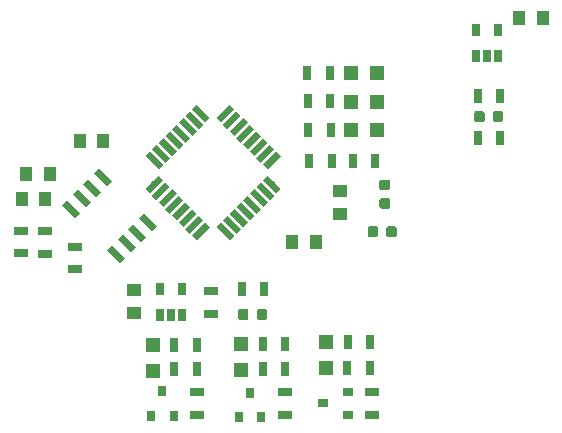
<source format=gtp>
G04 #@! TF.GenerationSoftware,KiCad,Pcbnew,(5.1.4-0-10_14)*
G04 #@! TF.CreationDate,2020-01-14T22:28:18-05:00*
G04 #@! TF.ProjectId,throttle,7468726f-7474-46c6-952e-6b696361645f,rev?*
G04 #@! TF.SameCoordinates,Original*
G04 #@! TF.FileFunction,Paste,Top*
G04 #@! TF.FilePolarity,Positive*
%FSLAX46Y46*%
G04 Gerber Fmt 4.6, Leading zero omitted, Abs format (unit mm)*
G04 Created by KiCad (PCBNEW (5.1.4-0-10_14)) date 2020-01-14 22:28:18*
%MOMM*%
%LPD*%
G04 APERTURE LIST*
%ADD10R,0.700000X1.300000*%
%ADD11R,1.250000X1.000000*%
%ADD12R,1.000000X1.250000*%
%ADD13R,1.200000X1.200000*%
%ADD14C,0.550000*%
%ADD15C,0.100000*%
%ADD16R,0.900000X0.800000*%
%ADD17R,0.800000X0.900000*%
%ADD18R,1.300000X0.700000*%
%ADD19C,0.875000*%
%ADD20R,0.650000X1.060000*%
%ADD21C,0.600000*%
G04 APERTURE END LIST*
D10*
X115382000Y-70104000D03*
X117282000Y-70104000D03*
X99068000Y-89716000D03*
X97168000Y-89716000D03*
X106239000Y-89606000D03*
X104339000Y-89606000D03*
D11*
X86244800Y-82994800D03*
X86244800Y-84994800D03*
D12*
X118904000Y-59944000D03*
X120904000Y-59944000D03*
X76758800Y-75341800D03*
X78758800Y-75341800D03*
X77150000Y-73175000D03*
X79150000Y-73175000D03*
D11*
X103682800Y-74603100D03*
X103682800Y-76603100D03*
D12*
X101685600Y-78981300D03*
X99685600Y-78981300D03*
X83675000Y-70400000D03*
X81675000Y-70400000D03*
D13*
X104675000Y-69475000D03*
X106875000Y-69475000D03*
X104650000Y-67075000D03*
X106850000Y-67075000D03*
X106850000Y-64650000D03*
X104650000Y-64650000D03*
X102509000Y-87436000D03*
X102509000Y-89636000D03*
X95318000Y-87571000D03*
X95318000Y-89771000D03*
X87875000Y-89825000D03*
X87875000Y-87625000D03*
D14*
X87978897Y-74074629D03*
D15*
G36*
X87607666Y-74834769D02*
G01*
X87218757Y-74445860D01*
X88350128Y-73314489D01*
X88739037Y-73703398D01*
X87607666Y-74834769D01*
X87607666Y-74834769D01*
G37*
D14*
X88544583Y-74640314D03*
D15*
G36*
X88173352Y-75400454D02*
G01*
X87784443Y-75011545D01*
X88915814Y-73880174D01*
X89304723Y-74269083D01*
X88173352Y-75400454D01*
X88173352Y-75400454D01*
G37*
D14*
X89110268Y-75206000D03*
D15*
G36*
X88739037Y-75966140D02*
G01*
X88350128Y-75577231D01*
X89481499Y-74445860D01*
X89870408Y-74834769D01*
X88739037Y-75966140D01*
X88739037Y-75966140D01*
G37*
D14*
X89675953Y-75771685D03*
D15*
G36*
X89304722Y-76531825D02*
G01*
X88915813Y-76142916D01*
X90047184Y-75011545D01*
X90436093Y-75400454D01*
X89304722Y-76531825D01*
X89304722Y-76531825D01*
G37*
D14*
X90241639Y-76337371D03*
D15*
G36*
X89870408Y-77097511D02*
G01*
X89481499Y-76708602D01*
X90612870Y-75577231D01*
X91001779Y-75966140D01*
X89870408Y-77097511D01*
X89870408Y-77097511D01*
G37*
D14*
X90807324Y-76903056D03*
D15*
G36*
X90436093Y-77663196D02*
G01*
X90047184Y-77274287D01*
X91178555Y-76142916D01*
X91567464Y-76531825D01*
X90436093Y-77663196D01*
X90436093Y-77663196D01*
G37*
D14*
X91373010Y-77468741D03*
D15*
G36*
X91001779Y-78228881D02*
G01*
X90612870Y-77839972D01*
X91744241Y-76708601D01*
X92133150Y-77097510D01*
X91001779Y-78228881D01*
X91001779Y-78228881D01*
G37*
D14*
X91938695Y-78034427D03*
D15*
G36*
X91567464Y-78794567D02*
G01*
X91178555Y-78405658D01*
X92309926Y-77274287D01*
X92698835Y-77663196D01*
X91567464Y-78794567D01*
X91567464Y-78794567D01*
G37*
D14*
X93989305Y-78034427D03*
D15*
G36*
X94749445Y-78405658D02*
G01*
X94360536Y-78794567D01*
X93229165Y-77663196D01*
X93618074Y-77274287D01*
X94749445Y-78405658D01*
X94749445Y-78405658D01*
G37*
D14*
X94554990Y-77468741D03*
D15*
G36*
X95315130Y-77839972D02*
G01*
X94926221Y-78228881D01*
X93794850Y-77097510D01*
X94183759Y-76708601D01*
X95315130Y-77839972D01*
X95315130Y-77839972D01*
G37*
D14*
X95120676Y-76903056D03*
D15*
G36*
X95880816Y-77274287D02*
G01*
X95491907Y-77663196D01*
X94360536Y-76531825D01*
X94749445Y-76142916D01*
X95880816Y-77274287D01*
X95880816Y-77274287D01*
G37*
D14*
X95686361Y-76337371D03*
D15*
G36*
X96446501Y-76708602D02*
G01*
X96057592Y-77097511D01*
X94926221Y-75966140D01*
X95315130Y-75577231D01*
X96446501Y-76708602D01*
X96446501Y-76708602D01*
G37*
D14*
X96252047Y-75771685D03*
D15*
G36*
X97012187Y-76142916D02*
G01*
X96623278Y-76531825D01*
X95491907Y-75400454D01*
X95880816Y-75011545D01*
X97012187Y-76142916D01*
X97012187Y-76142916D01*
G37*
D14*
X96817732Y-75206000D03*
D15*
G36*
X97577872Y-75577231D02*
G01*
X97188963Y-75966140D01*
X96057592Y-74834769D01*
X96446501Y-74445860D01*
X97577872Y-75577231D01*
X97577872Y-75577231D01*
G37*
D14*
X97383417Y-74640314D03*
D15*
G36*
X98143557Y-75011545D02*
G01*
X97754648Y-75400454D01*
X96623277Y-74269083D01*
X97012186Y-73880174D01*
X98143557Y-75011545D01*
X98143557Y-75011545D01*
G37*
D14*
X97949103Y-74074629D03*
D15*
G36*
X98709243Y-74445860D02*
G01*
X98320334Y-74834769D01*
X97188963Y-73703398D01*
X97577872Y-73314489D01*
X98709243Y-74445860D01*
X98709243Y-74445860D01*
G37*
D14*
X97949103Y-72024019D03*
D15*
G36*
X97577872Y-72784159D02*
G01*
X97188963Y-72395250D01*
X98320334Y-71263879D01*
X98709243Y-71652788D01*
X97577872Y-72784159D01*
X97577872Y-72784159D01*
G37*
D14*
X97383417Y-71458334D03*
D15*
G36*
X97012186Y-72218474D02*
G01*
X96623277Y-71829565D01*
X97754648Y-70698194D01*
X98143557Y-71087103D01*
X97012186Y-72218474D01*
X97012186Y-72218474D01*
G37*
D14*
X96817732Y-70892648D03*
D15*
G36*
X96446501Y-71652788D02*
G01*
X96057592Y-71263879D01*
X97188963Y-70132508D01*
X97577872Y-70521417D01*
X96446501Y-71652788D01*
X96446501Y-71652788D01*
G37*
D14*
X96252047Y-70326963D03*
D15*
G36*
X95880816Y-71087103D02*
G01*
X95491907Y-70698194D01*
X96623278Y-69566823D01*
X97012187Y-69955732D01*
X95880816Y-71087103D01*
X95880816Y-71087103D01*
G37*
D14*
X95686361Y-69761277D03*
D15*
G36*
X95315130Y-70521417D02*
G01*
X94926221Y-70132508D01*
X96057592Y-69001137D01*
X96446501Y-69390046D01*
X95315130Y-70521417D01*
X95315130Y-70521417D01*
G37*
D14*
X95120676Y-69195592D03*
D15*
G36*
X94749445Y-69955732D02*
G01*
X94360536Y-69566823D01*
X95491907Y-68435452D01*
X95880816Y-68824361D01*
X94749445Y-69955732D01*
X94749445Y-69955732D01*
G37*
D14*
X94554990Y-68629907D03*
D15*
G36*
X94183759Y-69390047D02*
G01*
X93794850Y-69001138D01*
X94926221Y-67869767D01*
X95315130Y-68258676D01*
X94183759Y-69390047D01*
X94183759Y-69390047D01*
G37*
D14*
X93989305Y-68064221D03*
D15*
G36*
X93618074Y-68824361D02*
G01*
X93229165Y-68435452D01*
X94360536Y-67304081D01*
X94749445Y-67692990D01*
X93618074Y-68824361D01*
X93618074Y-68824361D01*
G37*
D14*
X91938695Y-68064221D03*
D15*
G36*
X92698835Y-68435452D02*
G01*
X92309926Y-68824361D01*
X91178555Y-67692990D01*
X91567464Y-67304081D01*
X92698835Y-68435452D01*
X92698835Y-68435452D01*
G37*
D14*
X91373010Y-68629907D03*
D15*
G36*
X92133150Y-69001138D02*
G01*
X91744241Y-69390047D01*
X90612870Y-68258676D01*
X91001779Y-67869767D01*
X92133150Y-69001138D01*
X92133150Y-69001138D01*
G37*
D14*
X90807324Y-69195592D03*
D15*
G36*
X91567464Y-69566823D02*
G01*
X91178555Y-69955732D01*
X90047184Y-68824361D01*
X90436093Y-68435452D01*
X91567464Y-69566823D01*
X91567464Y-69566823D01*
G37*
D14*
X90241639Y-69761277D03*
D15*
G36*
X91001779Y-70132508D02*
G01*
X90612870Y-70521417D01*
X89481499Y-69390046D01*
X89870408Y-69001137D01*
X91001779Y-70132508D01*
X91001779Y-70132508D01*
G37*
D14*
X89675953Y-70326963D03*
D15*
G36*
X90436093Y-70698194D02*
G01*
X90047184Y-71087103D01*
X88915813Y-69955732D01*
X89304722Y-69566823D01*
X90436093Y-70698194D01*
X90436093Y-70698194D01*
G37*
D14*
X89110268Y-70892648D03*
D15*
G36*
X89870408Y-71263879D02*
G01*
X89481499Y-71652788D01*
X88350128Y-70521417D01*
X88739037Y-70132508D01*
X89870408Y-71263879D01*
X89870408Y-71263879D01*
G37*
D14*
X88544583Y-71458334D03*
D15*
G36*
X89304723Y-71829565D02*
G01*
X88915814Y-72218474D01*
X87784443Y-71087103D01*
X88173352Y-70698194D01*
X89304723Y-71829565D01*
X89304723Y-71829565D01*
G37*
D14*
X87978897Y-72024019D03*
D15*
G36*
X88739037Y-72395250D02*
G01*
X88350128Y-72784159D01*
X87218757Y-71652788D01*
X87607666Y-71263879D01*
X88739037Y-72395250D01*
X88739037Y-72395250D01*
G37*
D16*
X102264000Y-92606000D03*
X104364000Y-91656000D03*
X104364000Y-93556000D03*
D17*
X96068000Y-91691000D03*
X97018000Y-93791000D03*
X95118000Y-93791000D03*
X87714000Y-93686000D03*
X89614000Y-93686000D03*
X88664000Y-91586000D03*
D18*
X92800000Y-83100000D03*
X92800000Y-85000000D03*
D15*
G36*
X106727691Y-77601053D02*
G01*
X106748926Y-77604203D01*
X106769750Y-77609419D01*
X106789962Y-77616651D01*
X106809368Y-77625830D01*
X106827781Y-77636866D01*
X106845024Y-77649654D01*
X106860930Y-77664070D01*
X106875346Y-77679976D01*
X106888134Y-77697219D01*
X106899170Y-77715632D01*
X106908349Y-77735038D01*
X106915581Y-77755250D01*
X106920797Y-77776074D01*
X106923947Y-77797309D01*
X106925000Y-77818750D01*
X106925000Y-78331250D01*
X106923947Y-78352691D01*
X106920797Y-78373926D01*
X106915581Y-78394750D01*
X106908349Y-78414962D01*
X106899170Y-78434368D01*
X106888134Y-78452781D01*
X106875346Y-78470024D01*
X106860930Y-78485930D01*
X106845024Y-78500346D01*
X106827781Y-78513134D01*
X106809368Y-78524170D01*
X106789962Y-78533349D01*
X106769750Y-78540581D01*
X106748926Y-78545797D01*
X106727691Y-78548947D01*
X106706250Y-78550000D01*
X106268750Y-78550000D01*
X106247309Y-78548947D01*
X106226074Y-78545797D01*
X106205250Y-78540581D01*
X106185038Y-78533349D01*
X106165632Y-78524170D01*
X106147219Y-78513134D01*
X106129976Y-78500346D01*
X106114070Y-78485930D01*
X106099654Y-78470024D01*
X106086866Y-78452781D01*
X106075830Y-78434368D01*
X106066651Y-78414962D01*
X106059419Y-78394750D01*
X106054203Y-78373926D01*
X106051053Y-78352691D01*
X106050000Y-78331250D01*
X106050000Y-77818750D01*
X106051053Y-77797309D01*
X106054203Y-77776074D01*
X106059419Y-77755250D01*
X106066651Y-77735038D01*
X106075830Y-77715632D01*
X106086866Y-77697219D01*
X106099654Y-77679976D01*
X106114070Y-77664070D01*
X106129976Y-77649654D01*
X106147219Y-77636866D01*
X106165632Y-77625830D01*
X106185038Y-77616651D01*
X106205250Y-77609419D01*
X106226074Y-77604203D01*
X106247309Y-77601053D01*
X106268750Y-77600000D01*
X106706250Y-77600000D01*
X106727691Y-77601053D01*
X106727691Y-77601053D01*
G37*
D19*
X106487500Y-78075000D03*
D15*
G36*
X108302691Y-77601053D02*
G01*
X108323926Y-77604203D01*
X108344750Y-77609419D01*
X108364962Y-77616651D01*
X108384368Y-77625830D01*
X108402781Y-77636866D01*
X108420024Y-77649654D01*
X108435930Y-77664070D01*
X108450346Y-77679976D01*
X108463134Y-77697219D01*
X108474170Y-77715632D01*
X108483349Y-77735038D01*
X108490581Y-77755250D01*
X108495797Y-77776074D01*
X108498947Y-77797309D01*
X108500000Y-77818750D01*
X108500000Y-78331250D01*
X108498947Y-78352691D01*
X108495797Y-78373926D01*
X108490581Y-78394750D01*
X108483349Y-78414962D01*
X108474170Y-78434368D01*
X108463134Y-78452781D01*
X108450346Y-78470024D01*
X108435930Y-78485930D01*
X108420024Y-78500346D01*
X108402781Y-78513134D01*
X108384368Y-78524170D01*
X108364962Y-78533349D01*
X108344750Y-78540581D01*
X108323926Y-78545797D01*
X108302691Y-78548947D01*
X108281250Y-78550000D01*
X107843750Y-78550000D01*
X107822309Y-78548947D01*
X107801074Y-78545797D01*
X107780250Y-78540581D01*
X107760038Y-78533349D01*
X107740632Y-78524170D01*
X107722219Y-78513134D01*
X107704976Y-78500346D01*
X107689070Y-78485930D01*
X107674654Y-78470024D01*
X107661866Y-78452781D01*
X107650830Y-78434368D01*
X107641651Y-78414962D01*
X107634419Y-78394750D01*
X107629203Y-78373926D01*
X107626053Y-78352691D01*
X107625000Y-78331250D01*
X107625000Y-77818750D01*
X107626053Y-77797309D01*
X107629203Y-77776074D01*
X107634419Y-77755250D01*
X107641651Y-77735038D01*
X107650830Y-77715632D01*
X107661866Y-77697219D01*
X107674654Y-77679976D01*
X107689070Y-77664070D01*
X107704976Y-77649654D01*
X107722219Y-77636866D01*
X107740632Y-77625830D01*
X107760038Y-77616651D01*
X107780250Y-77609419D01*
X107801074Y-77604203D01*
X107822309Y-77601053D01*
X107843750Y-77600000D01*
X108281250Y-77600000D01*
X108302691Y-77601053D01*
X108302691Y-77601053D01*
G37*
D19*
X108062500Y-78075000D03*
D15*
G36*
X107783191Y-73667953D02*
G01*
X107804426Y-73671103D01*
X107825250Y-73676319D01*
X107845462Y-73683551D01*
X107864868Y-73692730D01*
X107883281Y-73703766D01*
X107900524Y-73716554D01*
X107916430Y-73730970D01*
X107930846Y-73746876D01*
X107943634Y-73764119D01*
X107954670Y-73782532D01*
X107963849Y-73801938D01*
X107971081Y-73822150D01*
X107976297Y-73842974D01*
X107979447Y-73864209D01*
X107980500Y-73885650D01*
X107980500Y-74323150D01*
X107979447Y-74344591D01*
X107976297Y-74365826D01*
X107971081Y-74386650D01*
X107963849Y-74406862D01*
X107954670Y-74426268D01*
X107943634Y-74444681D01*
X107930846Y-74461924D01*
X107916430Y-74477830D01*
X107900524Y-74492246D01*
X107883281Y-74505034D01*
X107864868Y-74516070D01*
X107845462Y-74525249D01*
X107825250Y-74532481D01*
X107804426Y-74537697D01*
X107783191Y-74540847D01*
X107761750Y-74541900D01*
X107249250Y-74541900D01*
X107227809Y-74540847D01*
X107206574Y-74537697D01*
X107185750Y-74532481D01*
X107165538Y-74525249D01*
X107146132Y-74516070D01*
X107127719Y-74505034D01*
X107110476Y-74492246D01*
X107094570Y-74477830D01*
X107080154Y-74461924D01*
X107067366Y-74444681D01*
X107056330Y-74426268D01*
X107047151Y-74406862D01*
X107039919Y-74386650D01*
X107034703Y-74365826D01*
X107031553Y-74344591D01*
X107030500Y-74323150D01*
X107030500Y-73885650D01*
X107031553Y-73864209D01*
X107034703Y-73842974D01*
X107039919Y-73822150D01*
X107047151Y-73801938D01*
X107056330Y-73782532D01*
X107067366Y-73764119D01*
X107080154Y-73746876D01*
X107094570Y-73730970D01*
X107110476Y-73716554D01*
X107127719Y-73703766D01*
X107146132Y-73692730D01*
X107165538Y-73683551D01*
X107185750Y-73676319D01*
X107206574Y-73671103D01*
X107227809Y-73667953D01*
X107249250Y-73666900D01*
X107761750Y-73666900D01*
X107783191Y-73667953D01*
X107783191Y-73667953D01*
G37*
D19*
X107505500Y-74104400D03*
D15*
G36*
X107783191Y-75242953D02*
G01*
X107804426Y-75246103D01*
X107825250Y-75251319D01*
X107845462Y-75258551D01*
X107864868Y-75267730D01*
X107883281Y-75278766D01*
X107900524Y-75291554D01*
X107916430Y-75305970D01*
X107930846Y-75321876D01*
X107943634Y-75339119D01*
X107954670Y-75357532D01*
X107963849Y-75376938D01*
X107971081Y-75397150D01*
X107976297Y-75417974D01*
X107979447Y-75439209D01*
X107980500Y-75460650D01*
X107980500Y-75898150D01*
X107979447Y-75919591D01*
X107976297Y-75940826D01*
X107971081Y-75961650D01*
X107963849Y-75981862D01*
X107954670Y-76001268D01*
X107943634Y-76019681D01*
X107930846Y-76036924D01*
X107916430Y-76052830D01*
X107900524Y-76067246D01*
X107883281Y-76080034D01*
X107864868Y-76091070D01*
X107845462Y-76100249D01*
X107825250Y-76107481D01*
X107804426Y-76112697D01*
X107783191Y-76115847D01*
X107761750Y-76116900D01*
X107249250Y-76116900D01*
X107227809Y-76115847D01*
X107206574Y-76112697D01*
X107185750Y-76107481D01*
X107165538Y-76100249D01*
X107146132Y-76091070D01*
X107127719Y-76080034D01*
X107110476Y-76067246D01*
X107094570Y-76052830D01*
X107080154Y-76036924D01*
X107067366Y-76019681D01*
X107056330Y-76001268D01*
X107047151Y-75981862D01*
X107039919Y-75961650D01*
X107034703Y-75940826D01*
X107031553Y-75919591D01*
X107030500Y-75898150D01*
X107030500Y-75460650D01*
X107031553Y-75439209D01*
X107034703Y-75417974D01*
X107039919Y-75397150D01*
X107047151Y-75376938D01*
X107056330Y-75357532D01*
X107067366Y-75339119D01*
X107080154Y-75321876D01*
X107094570Y-75305970D01*
X107110476Y-75291554D01*
X107127719Y-75278766D01*
X107146132Y-75267730D01*
X107165538Y-75258551D01*
X107185750Y-75251319D01*
X107206574Y-75246103D01*
X107227809Y-75242953D01*
X107249250Y-75241900D01*
X107761750Y-75241900D01*
X107783191Y-75242953D01*
X107783191Y-75242953D01*
G37*
D19*
X107505500Y-75679400D03*
D15*
G36*
X95765191Y-84601053D02*
G01*
X95786426Y-84604203D01*
X95807250Y-84609419D01*
X95827462Y-84616651D01*
X95846868Y-84625830D01*
X95865281Y-84636866D01*
X95882524Y-84649654D01*
X95898430Y-84664070D01*
X95912846Y-84679976D01*
X95925634Y-84697219D01*
X95936670Y-84715632D01*
X95945849Y-84735038D01*
X95953081Y-84755250D01*
X95958297Y-84776074D01*
X95961447Y-84797309D01*
X95962500Y-84818750D01*
X95962500Y-85331250D01*
X95961447Y-85352691D01*
X95958297Y-85373926D01*
X95953081Y-85394750D01*
X95945849Y-85414962D01*
X95936670Y-85434368D01*
X95925634Y-85452781D01*
X95912846Y-85470024D01*
X95898430Y-85485930D01*
X95882524Y-85500346D01*
X95865281Y-85513134D01*
X95846868Y-85524170D01*
X95827462Y-85533349D01*
X95807250Y-85540581D01*
X95786426Y-85545797D01*
X95765191Y-85548947D01*
X95743750Y-85550000D01*
X95306250Y-85550000D01*
X95284809Y-85548947D01*
X95263574Y-85545797D01*
X95242750Y-85540581D01*
X95222538Y-85533349D01*
X95203132Y-85524170D01*
X95184719Y-85513134D01*
X95167476Y-85500346D01*
X95151570Y-85485930D01*
X95137154Y-85470024D01*
X95124366Y-85452781D01*
X95113330Y-85434368D01*
X95104151Y-85414962D01*
X95096919Y-85394750D01*
X95091703Y-85373926D01*
X95088553Y-85352691D01*
X95087500Y-85331250D01*
X95087500Y-84818750D01*
X95088553Y-84797309D01*
X95091703Y-84776074D01*
X95096919Y-84755250D01*
X95104151Y-84735038D01*
X95113330Y-84715632D01*
X95124366Y-84697219D01*
X95137154Y-84679976D01*
X95151570Y-84664070D01*
X95167476Y-84649654D01*
X95184719Y-84636866D01*
X95203132Y-84625830D01*
X95222538Y-84616651D01*
X95242750Y-84609419D01*
X95263574Y-84604203D01*
X95284809Y-84601053D01*
X95306250Y-84600000D01*
X95743750Y-84600000D01*
X95765191Y-84601053D01*
X95765191Y-84601053D01*
G37*
D19*
X95525000Y-85075000D03*
D15*
G36*
X97340191Y-84601053D02*
G01*
X97361426Y-84604203D01*
X97382250Y-84609419D01*
X97402462Y-84616651D01*
X97421868Y-84625830D01*
X97440281Y-84636866D01*
X97457524Y-84649654D01*
X97473430Y-84664070D01*
X97487846Y-84679976D01*
X97500634Y-84697219D01*
X97511670Y-84715632D01*
X97520849Y-84735038D01*
X97528081Y-84755250D01*
X97533297Y-84776074D01*
X97536447Y-84797309D01*
X97537500Y-84818750D01*
X97537500Y-85331250D01*
X97536447Y-85352691D01*
X97533297Y-85373926D01*
X97528081Y-85394750D01*
X97520849Y-85414962D01*
X97511670Y-85434368D01*
X97500634Y-85452781D01*
X97487846Y-85470024D01*
X97473430Y-85485930D01*
X97457524Y-85500346D01*
X97440281Y-85513134D01*
X97421868Y-85524170D01*
X97402462Y-85533349D01*
X97382250Y-85540581D01*
X97361426Y-85545797D01*
X97340191Y-85548947D01*
X97318750Y-85550000D01*
X96881250Y-85550000D01*
X96859809Y-85548947D01*
X96838574Y-85545797D01*
X96817750Y-85540581D01*
X96797538Y-85533349D01*
X96778132Y-85524170D01*
X96759719Y-85513134D01*
X96742476Y-85500346D01*
X96726570Y-85485930D01*
X96712154Y-85470024D01*
X96699366Y-85452781D01*
X96688330Y-85434368D01*
X96679151Y-85414962D01*
X96671919Y-85394750D01*
X96666703Y-85373926D01*
X96663553Y-85352691D01*
X96662500Y-85331250D01*
X96662500Y-84818750D01*
X96663553Y-84797309D01*
X96666703Y-84776074D01*
X96671919Y-84755250D01*
X96679151Y-84735038D01*
X96688330Y-84715632D01*
X96699366Y-84697219D01*
X96712154Y-84679976D01*
X96726570Y-84664070D01*
X96742476Y-84649654D01*
X96759719Y-84636866D01*
X96778132Y-84625830D01*
X96797538Y-84616651D01*
X96817750Y-84609419D01*
X96838574Y-84604203D01*
X96859809Y-84601053D01*
X96881250Y-84600000D01*
X97318750Y-84600000D01*
X97340191Y-84601053D01*
X97340191Y-84601053D01*
G37*
D19*
X97100000Y-85075000D03*
D10*
X95400000Y-82900000D03*
X97300000Y-82900000D03*
X102909000Y-69446000D03*
X101009000Y-69446000D03*
X100975000Y-67025000D03*
X102875000Y-67025000D03*
X102850000Y-64675000D03*
X100950000Y-64675000D03*
D15*
G36*
X117334191Y-67852053D02*
G01*
X117355426Y-67855203D01*
X117376250Y-67860419D01*
X117396462Y-67867651D01*
X117415868Y-67876830D01*
X117434281Y-67887866D01*
X117451524Y-67900654D01*
X117467430Y-67915070D01*
X117481846Y-67930976D01*
X117494634Y-67948219D01*
X117505670Y-67966632D01*
X117514849Y-67986038D01*
X117522081Y-68006250D01*
X117527297Y-68027074D01*
X117530447Y-68048309D01*
X117531500Y-68069750D01*
X117531500Y-68582250D01*
X117530447Y-68603691D01*
X117527297Y-68624926D01*
X117522081Y-68645750D01*
X117514849Y-68665962D01*
X117505670Y-68685368D01*
X117494634Y-68703781D01*
X117481846Y-68721024D01*
X117467430Y-68736930D01*
X117451524Y-68751346D01*
X117434281Y-68764134D01*
X117415868Y-68775170D01*
X117396462Y-68784349D01*
X117376250Y-68791581D01*
X117355426Y-68796797D01*
X117334191Y-68799947D01*
X117312750Y-68801000D01*
X116875250Y-68801000D01*
X116853809Y-68799947D01*
X116832574Y-68796797D01*
X116811750Y-68791581D01*
X116791538Y-68784349D01*
X116772132Y-68775170D01*
X116753719Y-68764134D01*
X116736476Y-68751346D01*
X116720570Y-68736930D01*
X116706154Y-68721024D01*
X116693366Y-68703781D01*
X116682330Y-68685368D01*
X116673151Y-68665962D01*
X116665919Y-68645750D01*
X116660703Y-68624926D01*
X116657553Y-68603691D01*
X116656500Y-68582250D01*
X116656500Y-68069750D01*
X116657553Y-68048309D01*
X116660703Y-68027074D01*
X116665919Y-68006250D01*
X116673151Y-67986038D01*
X116682330Y-67966632D01*
X116693366Y-67948219D01*
X116706154Y-67930976D01*
X116720570Y-67915070D01*
X116736476Y-67900654D01*
X116753719Y-67887866D01*
X116772132Y-67876830D01*
X116791538Y-67867651D01*
X116811750Y-67860419D01*
X116832574Y-67855203D01*
X116853809Y-67852053D01*
X116875250Y-67851000D01*
X117312750Y-67851000D01*
X117334191Y-67852053D01*
X117334191Y-67852053D01*
G37*
D19*
X117094000Y-68326000D03*
D15*
G36*
X115759191Y-67852053D02*
G01*
X115780426Y-67855203D01*
X115801250Y-67860419D01*
X115821462Y-67867651D01*
X115840868Y-67876830D01*
X115859281Y-67887866D01*
X115876524Y-67900654D01*
X115892430Y-67915070D01*
X115906846Y-67930976D01*
X115919634Y-67948219D01*
X115930670Y-67966632D01*
X115939849Y-67986038D01*
X115947081Y-68006250D01*
X115952297Y-68027074D01*
X115955447Y-68048309D01*
X115956500Y-68069750D01*
X115956500Y-68582250D01*
X115955447Y-68603691D01*
X115952297Y-68624926D01*
X115947081Y-68645750D01*
X115939849Y-68665962D01*
X115930670Y-68685368D01*
X115919634Y-68703781D01*
X115906846Y-68721024D01*
X115892430Y-68736930D01*
X115876524Y-68751346D01*
X115859281Y-68764134D01*
X115840868Y-68775170D01*
X115821462Y-68784349D01*
X115801250Y-68791581D01*
X115780426Y-68796797D01*
X115759191Y-68799947D01*
X115737750Y-68801000D01*
X115300250Y-68801000D01*
X115278809Y-68799947D01*
X115257574Y-68796797D01*
X115236750Y-68791581D01*
X115216538Y-68784349D01*
X115197132Y-68775170D01*
X115178719Y-68764134D01*
X115161476Y-68751346D01*
X115145570Y-68736930D01*
X115131154Y-68721024D01*
X115118366Y-68703781D01*
X115107330Y-68685368D01*
X115098151Y-68665962D01*
X115090919Y-68645750D01*
X115085703Y-68624926D01*
X115082553Y-68603691D01*
X115081500Y-68582250D01*
X115081500Y-68069750D01*
X115082553Y-68048309D01*
X115085703Y-68027074D01*
X115090919Y-68006250D01*
X115098151Y-67986038D01*
X115107330Y-67966632D01*
X115118366Y-67948219D01*
X115131154Y-67930976D01*
X115145570Y-67915070D01*
X115161476Y-67900654D01*
X115178719Y-67887866D01*
X115197132Y-67876830D01*
X115216538Y-67867651D01*
X115236750Y-67860419D01*
X115257574Y-67855203D01*
X115278809Y-67852053D01*
X115300250Y-67851000D01*
X115737750Y-67851000D01*
X115759191Y-67852053D01*
X115759191Y-67852053D01*
G37*
D19*
X115519000Y-68326000D03*
D10*
X115382000Y-66548000D03*
X117282000Y-66548000D03*
X104364000Y-87431000D03*
X106264000Y-87431000D03*
D18*
X106414000Y-91656000D03*
X106414000Y-93556000D03*
D10*
X99068000Y-87566000D03*
X97168000Y-87566000D03*
D18*
X99068000Y-91666000D03*
X99068000Y-93566000D03*
D10*
X91575000Y-87675000D03*
X89675000Y-87675000D03*
X89664000Y-89686000D03*
X91564000Y-89686000D03*
D18*
X91614000Y-91661000D03*
X91614000Y-93561000D03*
X78740000Y-78044000D03*
X78740000Y-79944000D03*
X76708000Y-77978000D03*
X76708000Y-79878000D03*
X81300000Y-81250000D03*
X81300000Y-79350000D03*
D10*
X104800000Y-72100000D03*
X106700000Y-72100000D03*
X103025000Y-72100000D03*
X101125000Y-72100000D03*
D20*
X88458000Y-82890000D03*
X90358000Y-82890000D03*
X90358000Y-85090000D03*
X89408000Y-85090000D03*
X88458000Y-85090000D03*
X115194000Y-63160000D03*
X116144000Y-63160000D03*
X117094000Y-63160000D03*
X117094000Y-60960000D03*
X115194000Y-60960000D03*
D21*
X84762150Y-79956227D03*
D15*
G36*
X85522290Y-80292103D02*
G01*
X85098026Y-80716367D01*
X84002010Y-79620351D01*
X84426274Y-79196087D01*
X85522290Y-80292103D01*
X85522290Y-80292103D01*
G37*
D21*
X85660176Y-79058201D03*
D15*
G36*
X86420316Y-79394077D02*
G01*
X85996052Y-79818341D01*
X84900036Y-78722325D01*
X85324300Y-78298061D01*
X86420316Y-79394077D01*
X86420316Y-79394077D01*
G37*
D21*
X86558201Y-78160176D03*
D15*
G36*
X87318341Y-78496052D02*
G01*
X86894077Y-78920316D01*
X85798061Y-77824300D01*
X86222325Y-77400036D01*
X87318341Y-78496052D01*
X87318341Y-78496052D01*
G37*
D21*
X87456227Y-77262150D03*
D15*
G36*
X88216367Y-77598026D02*
G01*
X87792103Y-78022290D01*
X86696087Y-76926274D01*
X87120351Y-76502010D01*
X88216367Y-77598026D01*
X88216367Y-77598026D01*
G37*
D21*
X83637850Y-73443773D03*
D15*
G36*
X84397990Y-73779649D02*
G01*
X83973726Y-74203913D01*
X82877710Y-73107897D01*
X83301974Y-72683633D01*
X84397990Y-73779649D01*
X84397990Y-73779649D01*
G37*
D21*
X82739824Y-74341799D03*
D15*
G36*
X83499964Y-74677675D02*
G01*
X83075700Y-75101939D01*
X81979684Y-74005923D01*
X82403948Y-73581659D01*
X83499964Y-74677675D01*
X83499964Y-74677675D01*
G37*
D21*
X81841799Y-75239824D03*
D15*
G36*
X82601939Y-75575700D02*
G01*
X82177675Y-75999964D01*
X81081659Y-74903948D01*
X81505923Y-74479684D01*
X82601939Y-75575700D01*
X82601939Y-75575700D01*
G37*
D21*
X80943773Y-76137850D03*
D15*
G36*
X81703913Y-76473726D02*
G01*
X81279649Y-76897990D01*
X80183633Y-75801974D01*
X80607897Y-75377710D01*
X81703913Y-76473726D01*
X81703913Y-76473726D01*
G37*
M02*

</source>
